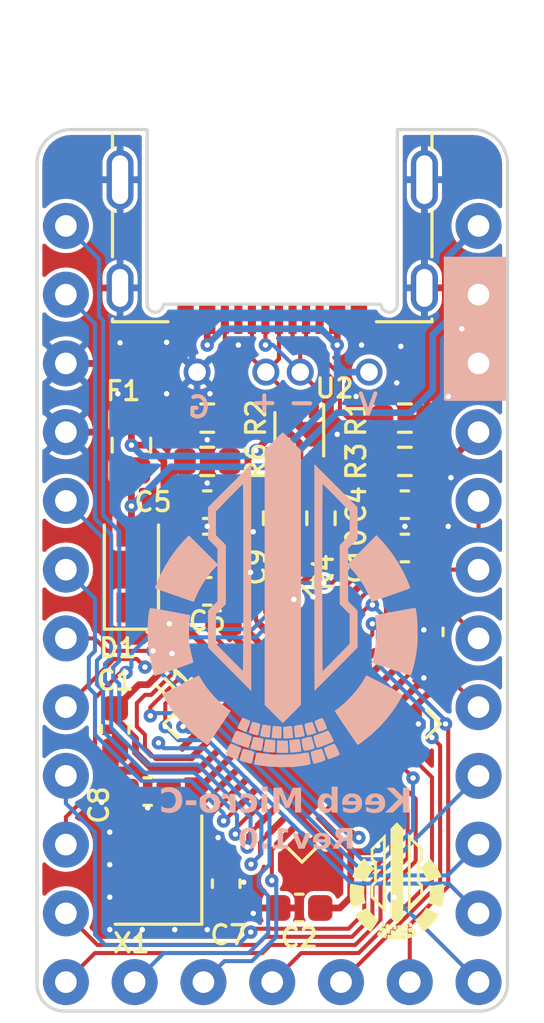
<source format=kicad_pcb>
(kicad_pcb (version 20240108) (generator "pcbnew") (generator_version "8.0")
  (title_block (title "Goldfish v2") (date "2022-05-24") (rev "0"))
  (layers (0 "F.Cu" signal) (31 "B.Cu" signal) (34 "B.Paste" user) (35 "F.Paste" user) (36 "B.SilkS" user "B.Silkscreen") (37 "F.SilkS" user "F.Silkscreen") (38 "B.Mask" user) (39 "F.Mask" user) (44 "Edge.Cuts" user))
  (net 0 "")
  (net 1 "VCC")
  (net 2 "GND")
  (net 3 "VBUS")
  (net 4 "Net-(U1-XTAL1)")
  (net 5 "Net-(U1-XTAL2)")
  (net 6 "Net-(U1-UCAP)")
  (net 7 "Net-(U1-AREF)")
  (net 8 "Net-(J1-CC1)")
  (net 9 "/D+")
  (net 10 "/D-")
  (net 12 "Net-(J1-CC2)")
  (net 14 "/RESET")
  (net 15 "/PF4")
  (net 16 "/PF5")
  (net 17 "/PF6")
  (net 18 "/PF7")
  (net 19 "/PB1")
  (net 20 "/PB3")
  (net 21 "/PB2")
  (net 22 "/PB6")
  (net 23 "/PB5")
  (net 24 "/PB4")
  (net 25 "/PE6")
  (net 26 "/PD7")
  (net 27 "/PC6")
  (net 28 "/PD4")
  (net 29 "/PD0")
  (net 30 "/PD1")
  (net 31 "/PD2")
  (net 32 "/PD3")
  (net 33 "/PF0")
  (net 34 "/PF1")
  (net 35 "/PC7")
  (net 36 "/PD5")
  (net 37 "/PB7")
  (net 38 "Net-(R4-Pad1)")
  (net 39 "/PD+")
  (net 42 "/PD-")
  (net 43 "Net-(R5-Pad2)")
  (net 44 "/RAW")
  (footprint "Resistor_SMD:R_0603_1608Metric" (layer "F.Cu") (at 31.8 38.1 90)
    (property "Reference" "R5")
    (property "Value" "22")
  )
  (footprint "Capacitor_SMD:C_0603_1608Metric" (layer "F.Cu") (at 24.2 45.9 -90)
    (property "Reference" "C1")
    (property "Value" "0u1")
  )
  (footprint "Resistor_SMD:R_0603_1608Metric" (layer "F.Cu") (at 27.6 34.4)
    (property "Reference" "R2")
    (property "Value" "5k1")
  )
  (footprint "Diode_SMD:D_SOD-123F" (layer "F.Cu") (at 24.8 40 90)
    (property "Reference" "D1")
    (property "Value" "D_Schottky")
  )
  (footprint "Capacitor_SMD:C_0603_1608Metric" (layer "F.Cu") (at 27.6 37.6 180)
    (property "Reference" "C5")
    (property "Value" "0u1")
  )
  (footprint "Resistor_SMD:R_0603_1608Metric" (layer "F.Cu") (at 34.9 36)
    (property "Reference" "R3")
    (property "Value" "10k")
  )
  (footprint "Crystal:Crystal_SMD_SeikoEpson_FA238-4Pin_3.2x2.5mm" (layer "F.Cu") (at 25.8 51.1 90)
    (property "Reference" "X1")
    (property "Value" "16MHz")
  )
  (footprint "Molex 216990_GCT USB45xx_HRO TYPE-C-31-M-13x:Molex-216990_GCT-USB45xx_HRO-TYPE-C-31-M-13x" (layer "F.Cu") (at 30 23.49 180)
    (property "Reference" "J1" (hide yes))
    (property "Value" "USB_C_Receptacle_USB2.0")
    (fp_line (start 4.62 -0.25) (end 7.42 -0.25) (stroke (width 0.12)) (layer "Edge.Cuts"))
    (fp_line (start 4.62 -6.7) (end 4.62 -0.25) (stroke (width 0.12)) (layer "Edge.Cuts"))
    (fp_line (start -4.02 -6.7) (end 4.02 -6.7) (stroke (width 0.12)) (layer "Edge.Cuts"))
    (fp_line (start -4.62 -0.25) (end -4.62 -6.7) (stroke (width 0.12)) (layer "Edge.Cuts"))
    (fp_line (start -7.42 -0.25) (end -4.62 -0.25) (stroke (width 0.12)) (layer "Edge.Cuts"))
    (fp_arc (start 4.02 -6.7) (mid 4.32 -7) (end 4.62 -6.7) (stroke (width 0.12)) (layer "Edge.Cuts"))
    (fp_arc (start -4.62 -6.7) (mid -4.32 -7) (end -4.02 -6.7) (stroke (width 0.12)) (layer "Edge.Cuts"))
  )
  (footprint "Capacitor_SMD:C_0603_1608Metric" (layer "F.Cu") (at 25.4 48.2)
    (property "Reference" "C8")
    (property "Value" "22p")
  )
  (footprint "Package_DFN_QFN:QFN-44-1EP_7x7mm_P0.5mm_EP5.2x5.2mm" (layer "F.Cu") (at 31.1 45.7 -45)
    (property "Reference" "U1")
    (property "Value" "ATmega32U4-M")
  )
  (footprint "Goldfish Pins:Pins_x12_Castellated" (layer "F.Cu") (at 37.62 27.3)
    (property "Reference" "J3" (hide yes))
    (property "Value" "Conn_01x12" (hide yes))
  )
  (footprint "Capacitor_SMD:C_0603_1608Metric" (layer "F.Cu") (at 28.3 51.6 90)
    (property "Reference" "C7")
    (property "Value" "22p")
  )
  (footprint "Resistor_SMD:R_0603_1608Metric" (layer "F.Cu") (at 27.6 36 180)
    (property "Reference" "R6")
    (property "Value" "10k")
  )
  (footprint "Goldfish Pins:Pins_x05_Castellated" (layer "F.Cu") (at 35.08 55.24 -90)
    (property "Reference" "J5" (hide yes))
    (property "Value" "Conn_01x05" (hide yes))
  )
  (footprint "Fuse:Fuse_0805_2012Metric" (layer "F.Cu") (at 24.8 35.4 -90)
    (property "Reference" "F1")
    (property "Value" "500mA")
  )
  (footprint "kbd_Logo:keeb_on_ss" (layer "F.Cu") (at 34.6 51.5)
    (property "Reference" "G***" (hide yes))
    (property "Value" "LOGO" (hide yes))
  )
  (footprint "Capacitor_SMD:C_0603_1608Metric" (layer "F.Cu") (at 31 52.5 180)
    (property "Reference" "C2")
    (property "Value" "0u1")
  )
  (footprint "Capacitor_SMD:C_0603_1608Metric" (layer "F.Cu") (at 35.8 42.3 90)
    (property "Reference" "C3")
    (property "Value" "0u1")
  )
  (footprint "Goldfish Pins:Pins_x12_Castellated" (layer "F.Cu") (at 22.38 55.24 180)
    (property "Reference" "J4" (hide yes))
    (property "Value" "Conn_01x12" (hide yes))
  )
  (footprint "Capacitor_SMD:C_0603_1608Metric" (layer "F.Cu") (at 34.9 37.6)
    (property "Reference" "C4")
    (property "Value" "0u1")
  )
  (footprint "Capacitor_SMD:C_0603_1608Metric" (layer "F.Cu") (at 27.6 39.2)
    (property "Reference" "C9")
    (property "Value" "1u")
  )
  (footprint "Package_TO_SOT_SMD:SOT-666" (layer "F.Cu") (at 31 35 -90)
    (property "Reference" "U2")
    (property "Value" "USBLC6-2P6")
  )
  (footprint "Capacitor_SMD:C_0603_1608Metric" (layer "F.Cu") (at 27.6 40.8)
    (property "Reference" "C6")
    (property "Value" "4u7")
  )
  (footprint "Resistor_SMD:R_0603_1608Metric" (layer "F.Cu") (at 34.9 34.4)
    (property "Reference" "R1")
    (property "Value" "5k1")
  )
  (footprint "Resistor_SMD:R_0603_1608Metric" (layer "F.Cu") (at 30.2 38.1 -90)
    (property "Reference" "R4")
    (property "Value" "22")
  )
  (footprint "Capacitor_SMD:C_0603_1608Metric" (layer "F.Cu") (at 34.9 39.2 180)
    (property "Reference" "C10")
    (property "Value" "0u1")
  )
  (footprint "Goldfish Pins:Pins_USB" (layer "F.Cu") (at 29.765 32.7 90)
    (property "Reference" "J2" (hide yes))
    (property "Value" "Conn_01x02" (hide yes))
  )
  (footprint "kbd_Logo:keeb_on_s" (layer "B.Cu") (at 30.4 41.1 180)
    (property "Reference" "G***" (hide yes))
    (property "Value" "LOGO" (hide yes))
  )
  (gr_rect (start 36.4 28.5) (end 38.6 33.7) (stroke (width 0.12)) (fill solid) (layer "B.SilkS"))
  (gr_rect (start 36.4 28.5) (end 38.6 33.7) (stroke (width 0.12)) (fill solid) (layer "F.SilkS"))
  (gr_arc (start 22.31 56.31) (mid 21.602893 56.017107) (end 21.31 55.31) (stroke (width 0.12)) (layer "Edge.Cuts"))
  (gr_arc (start 21.31 25.01) (mid 21.681974 24.111974) (end 22.58 23.74) (stroke (width 0.12)) (layer "Edge.Cuts"))
  (gr_line (start 37.69 56.31) (end 22.31 56.31) (stroke (width 0.12)) (layer "Edge.Cuts"))
  (gr_line (start 38.69 25.01) (end 38.69 55.31) (stroke (width 0.12)) (layer "Edge.Cuts"))
  (gr_arc (start 37.42 23.74) (mid 38.318026 24.111974) (end 38.69 25.01) (stroke (width 0.12)) (layer "Edge.Cuts"))
  (gr_line (start 21.31 55.31) (end 21.31 25.01) (stroke (width 0.12)) (layer "Edge.Cuts"))
  (gr_arc (start 38.69 55.31) (mid 38.397107 56.017107) (end 37.69 56.31) (stroke (width 0.12)) (layer "Edge.Cuts"))
  (gr_text "+" (at 30.3 33.9 180) (layer "B.SilkS") (effects (font (size 0.75 0.8)) (justify right mirror)))
  (gr_text "V" (at 33.1 33.9 0) (layer "B.SilkS") (effects (font (size 0.75 0.8)) (justify right mirror)))
  (gr_text "G" (at 26.8 34 0) (layer "B.SilkS") (effects (font (size 0.75 0.8)) (justify right mirror)))
  (gr_text "-" (at 30.5 33.8 0) (layer "B.SilkS") (effects (font (size 0.75 0.8)) (justify right mirror)))
  (gr_text "Rev1.0" (at 30.9 50 0) (layer "B.SilkS") (effects (font (size 0.75 0.8) (thickness 0.15) (bold yes)) (justify mirror)))
  (gr_text "Keeb Micro-C" (at 30.5 48.6 0) (layer "B.SilkS") (effects (font (size 0.9 0.9) (thickness 0.2) (bold yes)) (justify mirror)))
  (segment (start 36.124511 43.399511) (end 36.124511 44.275489) (width 0.25) (layer "F.Cu") (net 1))
  (segment (start 31.692202 41.572264) (end 32.1 41.164466) (width 0.25) (layer "F.Cu") (net 1))
  (segment (start 32.045755 49.474182) (end 32.045755 49.487527) (width 0.25) (layer "F.Cu") (net 1))
  (segment (start 26.2 42.8) (end 26.2 43) (width 0.25) (layer "F.Cu") (net 1))
  (segment (start 32.529114 49.970886) (end 32.982739 50.424511) (width 0.25) (layer "F.Cu") (net 1))
  (segment (start 27.679371 46.999309) (end 27.27868 47.4) (width 0.25) (layer "F.Cu") (net 1))
  (segment (start 33.675489 50.424511) (end 33.9 50.2) (width 0.25) (layer "F.Cu") (net 1))
  (segment (start 24.2 45.493573) (end 24.2 45.125) (width 0.25) (layer "F.Cu") (net 1))
  (segment (start 36.54 36) (end 37.62 34.92) (width 0.25) (layer "F.Cu") (net 1))
  (segment (start 32.982739 50.424511) (end 33.675489 50.424511) (width 0.25) (layer "F.Cu") (net 1))
  (segment (start 26.2 42.8) (end 24.8 41.4) (width 0.25) (layer "F.Cu") (net 1))
  (segment (start 35.4 45.280062) (end 35.4 45.7) (width 0.25) (layer "F.Cu") (net 1))
  (segment (start 34.125 37.6) (end 35.725 36) (width 0.25) (layer "F.Cu") (net 1))
  (segment (start 26.2 43) (end 26.3 43.1) (width 0.25) (layer "F.Cu") (net 1))
  (segment (start 36.124511 44.275489) (end 35.8 44.6) (width 0.25) (layer "F.Cu") (net 1))
  (segment (start 32.5 52.5) (end 32.9 52.1) (width 0.25) (layer "F.Cu") (net 1))
  (segment (start 33.4 38.325) (end 34.125 37.6) (width 0.25) (layer "F.Cu") (net 1))
  (segment (start 33.4 39.86064) (end 32.1 41.16064) (width 0.25) (layer "F.Cu") (net 1))
  (segment (start 25.074519 44.250481) (end 25.410454 44.250481) (width 0.25) (layer "F.Cu") (net 1))
  (segment (start 35.735534 44.6) (end 35.8 44.6) (width 0.25) (layer "F.Cu") (net 1))
  (segment (start 31.775 52.5) (end 32.5 52.5) (width 0.25) (layer "F.Cu") (net 1))
  (segment (start 31.692202 41.572264) (end 31.5 41.380062) (width 0.25) (layer "F.Cu") (net 1))
  (segment (start 24.94952 46.74952) (end 24.94952 46.243093) (width 0.25) (layer "F.Cu") (net 1))
  (segment (start 32.045755 49.487527) (end 32.529114 49.970886) (width 0.25) (layer "F.Cu") (net 1))
  (segment (start 24.2 45.125) (end 25.074519 44.250481) (width 0.25) (layer "F.Cu") (net 1))
  (segment (start 35.227736 45.107798) (end 35.735534 44.6) (width 0.25) (layer "F.Cu") (net 1))
  (segment (start 24.94952 46.243093) (end 24.2 45.493573) (width 0.25) (layer "F.Cu") (net 1))
  (segment (start 35.8 43.075) (end 36.124511 43.399511) (width 0.25) (layer "F.Cu") (net 1))
  (segment (start 25.6 47.4) (end 24.94952 46.74952) (width 0.25) (layer "F.Cu") (net 1))
  (segment (start 32.9 52.1) (end 32.9 50.341772) (width 0.25) (layer "F.Cu") (net 1))
  (segment (start 25.410454 44.250481) (end 26.2 43.460936) (width 0.25) (layer "F.Cu") (net 1))
  (segment (start 26.3 43.360935) (end 25.410454 44.250481) (width 0.25) (layer "F.Cu") (net 1))
  (segment (start 31.5 41.380062) (end 31.5 41) (width 0.25) (layer "F.Cu") (net 1))
  (segment (start 35.725 36) (end 36.54 36) (width 0.25) (layer "F.Cu") (net 1))
  (segment (start 35.227736 45.107798) (end 35.4 45.280062) (width 0.25) (layer "F.Cu") (net 1))
  (segment (start 26.3 43.1) (end 26.3 43.360935) (width 0.25) (layer "F.Cu") (net 1))
  (segment (start 32.1 41.16064) (end 32.1 41.164466) (width 0.25) (layer "F.Cu") (net 1))
  (segment (start 27.27868 47.4) (end 25.6 47.4) (width 0.25) (layer "F.Cu") (net 1))
  (segment (start 33.4 39.86064) (end 33.4 38.325) (width 0.25) (layer "F.Cu") (net 1))
  (segment (start 32.9 50.341772) (end 32.529114 49.970886) (width 0.25) (layer "F.Cu") (net 1))
  (via (at 31.5 41) (size 0.5) (drill 0.2) (layers "F.Cu" "B.Cu") (net 1))
  (via (at 33.9 50.2) (size 0.5) (drill 0.2) (layers "F.Cu" "B.Cu") (net 1))
  (via (at 35.4 45.7) (size 0.5) (drill 0.2) (layers "F.Cu" "B.Cu") (net 1))
  (via (at 26.3 43.1) (size 0.5) (drill 0.2) (layers "F.Cu" "B.Cu") (net 1))
  (segment (start 26.5 43.3) (end 27.9 43.3) (width 0.25) (layer "B.Cu") (net 1))
  (segment (start 35.4 45.7) (end 33.9 47.2) (width 0.25) (layer "B.Cu") (net 1))
  (segment (start 31.5 41.8) (end 35.4 45.7) (width 0.25) (layer "B.Cu") (net 1))
  (segment (start 31.5 41) (end 31.5 41.8) (width 0.25) (layer "B.Cu") (net 1))
  (segment (start 26.5 43.3) (end 30 43.3) (width 0.25) (layer "B.Cu") (net 1))
  (segment (start 30 43.3) (end 31.5 41.8) (width 0.25) (layer "B.Cu") (net 1))
  (segment (start 33.9 49.3) (end 33.9 50.2) (width 0.25) (layer "B.Cu") (net 1))
  (segment (start 33.9 47.2) (end 33.9 50.2) (width 0.25) (layer "B.Cu") (net 1))
  (segment (start 26.3 43.1) (end 26.5 43.3) (width 0.25) (layer "B.Cu") (net 1))
  (segment (start 27.9 43.3) (end 33.9 49.3) (width 0.25) (layer "B.Cu") (net 1))
  (segment (start 24 52.1) (end 24 50.9) (width 0.25) (layer "F.Cu") (net 2))
  (segment (start 35.6 38.4) (end 36.5 38.4) (width 0.25) (layer "F.Cu") (net 2))
  (segment (start 25.4 48.2) (end 25.4 48.8) (width 0.25) (layer "F.Cu") (net 2))
  (segment (start 23.804031 47.795969) (end 24.2 47.4) (width 0.25) (layer "F.Cu") (net 2))
  (segment (start 31 51.8) (end 31 52.5) (width 0.25) (layer "F.Cu") (net 2))
  (segment (start 31.3 35) (end 31 34.7) (width 0.25) (layer "F.Cu") (net 2))
  (segment (start 34.635534 45.7) (end 31.1 45.7) (width 0.25) (layer "F.Cu") (net 2))
  (segment (start 26.825 36.875) (end 26.9 36.8) (width 0.25) (layer "F.Cu") (net 2))
  (segment (start 28.556427 53.3) (end 28.556427 53.299984) (width 0.25) (layer "F.Cu") (net 2))
  (segment (start 28.3 51.5) (end 28.4 51.6) (width 0.25) (layer "F.Cu") (net 2))
  (segment (start 34.125 39.2) (end 34.125 39.700646) (width 0.25) (layer "F.Cu") (net 2))
  (segment (start 34.1 31.1) (end 33.74 30.74) (width 0.25) (layer "F.Cu") (net 2))
  (segment (start 24 53.3) (end 24 52.1) (width 0.25) (layer "F.Cu") (net 2))
  (segment (start 35.8 33.6) (end 36.5 33.6) (width 0.25) (layer "F.Cu") (net 2))
  (segment (start 25.2 53.3) (end 26.4 53.3) (width 0.25) (layer "F.Cu") (net 2))
  (segment (start 24 53.3) (end 25.2 53.3) (width 0.25) (layer "F.Cu") (net 2))
  (segment (start 22.38 32.38) (end 23.48 32.38) (width 0.25) (layer "F.Cu") (net 2))
  (segment (start 35.2 31.1) (end 35.62 30.68) (width 0.25) (layer "F.Cu") (net 2))
  (segment (start 31 34.7) (end 31 34.075) (width 0.25) (layer "F.Cu") (net 2))
  (segment (start 32.4 35) (end 31.3 35) (width 0.25) (layer "F.Cu") (net 2))
  (segment (start 29.156411 52.7) (end 29.3 52.7) (width 0.25) (layer "F.Cu") (net 2))
  (segment (start 35.6 42.2255) (end 35.6 41.725) (width 0.25) (layer "F.Cu") (net 2))
  (segment (start 31.6 51.6) (end 31.2 51.6) (width 0.25) (layer "F.Cu") (net 2))
  (segment (start 28.375 40.8) (end 28.375 42.267893) (width 0.25) (layer "F.Cu") (net 2))
  (segment (start 34.75 31.75) (end 36.5 33.5) (width 0.25) (layer "F.Cu") (net 2))
  (segment (start 26.8 33.5) (end 26.8 33.65) (width 0.25) (layer "F.Cu") (net 2))
  (segment (start 24.2 51.1) (end 24 50.9) (width 0.25) (layer "F.Cu") (net 2))
  (segment (start 24.38 29.59) (end 24.38 30.38) (width 0.25) (layer "F.Cu") (net 2))
  (segment (start 28.3 50.2) (end 28 49.9) (width 0.25) (layer "F.Cu") (net 2))
  (segment (start 36.5 33.5) (end 36.5 33.6) (width 0.25) (layer "F.Cu") (net 2))
  (segment (start 35.725 33.675) (end 35.8 33.6) (width 0.25) (layer "F.Cu") (net 2))
  (segment (start 26.4 53.3) (end 27.6 53.3) (width 0.25) (layer "F.Cu") (net 2))
  (segment (start 26.8 35.2) (end 28.3 35.2) (width 0.25) (layer "F.Cu") (net 2))
  (segment (start 28.4 51.6) (end 28.9 51.6) (width 0.25) (layer "F.Cu") (net 2))
  (segment (start 27.7 33.5) (end 26.95 33.5) (width 0.25) (layer "F.Cu") (net 2))
  (segment (start 33.2 31.6) (end 33.3 31.7) (width 0.25) (layer "F.Cu") (net 2))
  (segment (start 33.74 30.74) (end 33.2 30.74) (width 0.25) (layer "F.Cu") (net 2))
  (segment (start 29.3 51.9) (end 28.95 51.55) (width 0.25) (layer "F.Cu") (net 2))
  (segment (start 34.125 39.2) (end 34.125 38.475) (width 0.25) (layer "F.Cu") (net 2))
  (segment (start 26.16 30.74) (end 26.8 30.74) (width 0.25) (layer "F.Cu") (net 2))
  (segment (start 26.825 37.6) (end 26.825 36.875) (width 0.25) (layer "F.Cu") (net 2))
  (segment (start 35.62 29.59) (end 36.49 29.59) (width 0.25) (layer "F.Cu") (net 2))
  (segment (start 25.9 31) (end 26.16 30.74) (width 0.25) (layer "F.Cu") (net 2))
  (segment (start 31.692202 49.827736) (end 32.3 50.435534) (width 0.25) (layer "F.Cu") (net 2))
  (segment (start 26.8 33.65) (end 26.775 33.675) (width 0.25) (layer "F.Cu") (net 2))
  (segment (start 31.2 51.6) (end 31 51.8) (width 0.25) (layer "F.Cu") (net 2))
  (segment (start 24 48.9) (end 24 49.7) (width 0.25) (layer "F.Cu") (net 2))
  (segment (start 23.7 34.2) (end 23.7 34.7) (width 0.25) (layer "F.Cu") (net 2))
  (segment (start 23.48 32.38) (end 23.7 32.6) (width 0.25) (layer "F.Cu") (net 2))
  (segment (start 35.6 41.725) (end 35.8 41.525) (width 0.25) (layer "F.Cu") (net 2))
  (segment (start 26.9 36.8) (end 28.4 36.8) (width 0.25) (layer "F.Cu") (net 2))
  (segment (start 23.804031 48.495969) (end 23.804031 47.795969) (width 0.25) (layer "F.Cu") (net 2))
  (segment (start 28.032924 47.352862) (end 29.685786 45.7) (width 0.25) (layer "F.Cu") (net 2))
  (segment (start 24.38 29.59) (end 24.38 30.68) (width 0.25) (layer "F.Cu") (net 2))
  (segment (start 29.5 52.5) (end 29.3 52.7) (width 0.25) (layer "F.Cu") (net 2))
  (segment (start 28.375 38.475) (end 28.3 38.4) (width 0.25) (layer "F.Cu") (net 2))
  (segment (start 34.874182 44.754245) (end 35.6 44.028427) (width 0.25) (layer "F.Cu") (net 2))
  (segment (start 28.556427 53.299984) (end 29.156411 52.7) (width 0.25) (layer "F.Cu") (net 2))
  (segment (start 25.4 48.2) (end 25.4 47.793573) (width 0.25) (layer "F.Cu") (net 2))
  (segment (start 31.1 42.871573) (end 31.1 45.7) (width 0.25) (layer "F.Cu") (net 2))
  (segment (start 23.7 32.6) (end 23.7 34.2) (width 0.25) (layer "F.Cu") (net 2))
  (segment (start 34.2 38.4) (end 34.9 38.4) (width 0.25) (layer "F.Cu") (net 2))
  (segment (start 35.725 34.4) (end 35.725 33.675) (width 0.25) (layer "F.Cu") (net 2))
  (segment (start 32.3 50.9) (end 31.6 51.6) (width 0.25) (layer "F.Cu") (net 2))
  (segment (start 28.4 36.8) (end 28.425 36.775) (width 0.25) (layer "F.Cu") (net 2))
  (segment (start 28.032924 47.352862) (end 27.185786 48.2) (width 0.25) (layer "F.Cu") (net 2))
  (segment (start 26.6 51.1) (end 24.9 51.1) (width 0.25) (layer "F.Cu") (net 2))
  (segment (start 28.3 38.4) (end 26.9 38.4) (width 0.25) (layer "F.Cu") (net 2))
  (segment (start 36.5 29.6) (end 36.5 29.85) (width 0.25) (layer "F.Cu") (net 2))
  (segment (start 26.8 31.7) (end 26.2 32.3) (width 0.25) (layer "F.Cu") (net 2))
  (segment (start 28.425 36.775) (end 28.425 36) (width 0.25) (layer "F.Cu") (net 2))
  (segment (start 34.874182 44.754245) (end 33.928427 45.7) (width 0.25) (layer "F.Cu") (net 2))
  (segment (start 26.2 32.9) (end 26.8 33.5) (width 0.25) (layer "F.Cu") (net 2))
  (segment (start 24.9 51.1) (end 25 51.2) (width 0.25) (layer "F.Cu") (net 2))
  (segment (start 27.185786 48.2) (end 26.175 48.2) (width 0.25) (layer "F.Cu") (net 2))
  (segment (start 33.928427 45.7) (end 31.1 45.7) (width 0.25) (layer "F.Cu") (net 2))
  (segment (start 29.093585 42.986478) (end 31.1 44.992893) (width 0.25) (layer "F.Cu") (net 2))
  (segment (start 26.775 34.4) (end 26.775 35.175) (width 0.25) (layer "F.Cu") (net 2))
  (segment (start 35.7 38.3) (end 35.7 37.625) (width 0.25) (layer "F.Cu") (net 2))
  (segment (start 24 50.9) (end 24 49.7) (width 0.25) (layer "F.Cu") (net 2))
  (segment (start 26.9 38.4) (end 26.825 38.325) (width 0.25) (layer "F.Cu") (net 2))
  (segment (start 35.62 30.68) (end 35.62 29.59) (width 0.25) (layer "F.Cu") (net 2))
  (segment (start 23.62 32.38) (end 22.38 32.38) (width 0.25) (layer "F.Cu") (net 2))
  (segment (start 36.5 29.85) (end 37.61 29.85) (width 0.25) (layer "F.Cu") (net 2))
  (segment (start 28.3 35.2) (end 28.425 35.325) (width 0.25) (layer "F.Cu") (net 2))
  (segment (start 22.38 34.92) (end 23.48 34.92) (width 0.25) (layer "F.Cu") (net 2))
  (segment (start 29.3 52.2) (end 29.3 51.9) (width 0.25) (layer "F.Cu") (net 2))
  (segment (start 23.7 48.6) (end 23.804031 48.495969) (width 0.25) (layer "F.Cu") (net 2))
  (segment (start 31.692202 49.827736) (end 31.1 49.235534) (width 0.25) (layer "F.Cu") (net 2))
  (segment (start 28.375 42.267893) (end 29.093585 42.986478) (width 0.25) (layer "F.Cu") (net 2))
  (segment (start 35.7 37.625) (end 35.675 37.6) (width 0.25) (layer "F.Cu") (net 2))
  (segment (start 34.1 31.1) (end 35.2 31.1) (width 0.25) (layer "F.Cu") (net 2))
  (segment (start 23.7 48.6) (end 24 48.9) (width 0.25) (layer "F.Cu") (net 2))
  (segment (start 34.1 31.1) (end 34.75 31.75) (width 0.25) (layer "F.Cu") (net 2))
  (segment (start 31.1 49.235534) (end 31.1 45.7) (width 0.25) (layer "F.Cu") (net 2))
  (segment (start 35.6 44.028427) (end 35.6 44) (width 0.25) (layer "F.Cu") (net 2))
  (segment (start 24.9 51.1) (end 24.2 51.1) (width 0.25) (layer "F.Cu") (net 2))
  (segment (start 31.1 44.992893) (end 31.1 45.7) (width 0.25) (layer "F.Cu") (net 2))
  (segment (start 25.006427 47.4) (end 24.2 47.4) (width 0.25) (layer "F.Cu") (net 2))
  (segment (start 24.2 47.4) (end 24.2 46.675) (width 0.25) (layer "F.Cu") (net 2))
  (segment (start 23.48 34.92) (end 23.7 34.7) (width 0.25) (layer "F.Cu") (net 2))
  (segment (start 24.38 31.62) (end 23.62 32.38) (width 0.25) (layer "F.Cu") (net 2))
  (segment (start 29.685786 45.7) (end 31.1 45.7) (width 0.25) (layer "F.Cu") (net 2))
  (segment (start 26.775 35.175) (end 26.8 35.2) (width 0.25) (layer "F.Cu") (net 2))
  (segment (start 33.2 30.74) (end 33.2 31.6) (width 0.25) (layer "F.Cu") (net 2))
  (segment (start 27.7 33.5) (end 27.6 33.6) (width 0.25) (layer "F.Cu") (net 2))
  (segment (start 31 52.5) (end 30.225 52.5) (width 0.25) (layer "F.Cu") (net 2))
  (segment (start 28.375 39.2) (end 28.375 38.475) (width 0.25) (layer "F.Cu") (net 2))
  (segment (start 32.435787 41.535787) (end 32.045755 41.925818) (width 0.25) (layer "F.Cu") (net 2))
  (segment (start 24.38 30.68) (end 24.38 31.62) (width 0.25) (layer "F.Cu") (net 2))
  (segment (start 25 51.2) (end 25 52.2) (width 0.25) (layer "F.Cu") (net 2))
  (segment (start 28.3 50.825) (end 28.3 50.2) (width 0.25) (layer "F.Cu") (net 2))
  (segment (start 28.425 35.325) (end 28.425 36) (width 0.25) (layer "F.Cu") (net 2))
  (segment (start 26.95 33.5) (end 26.775 33.675) (width 0.25) (layer "F.Cu") (net 2))
  (segment (start 25.4 47.793573) (end 25.006427 47.4) (width 0.25) (layer "F.Cu") (net 2))
  (segment (start 26.2 32.3) (end 26.2 32.9) (width 0.25) (layer "F.Cu") (net 2))
  (segment (start 26.175 48.2) (end 25.4 48.2) (width 0.25) (layer "F.Cu") (net 2))
  (segment (start 29.3 52.2) (end 29.3 52.7) (width 0.25) (layer "F.Cu") (net 2))
  (segment (start 26.8 30.74) (end 26.8 31.7) (width 0.25) (layer "F.Cu") (net 2))
  (segment (start 32.045755 41.925818) (end 31.1 42.871573) (width 0.25) (layer "F.Cu") (net 2))
  (segment (start 32.435787 41.389859) (end 32.435787 41.535787) (width 0.25) (layer "F.Cu") (net 2))
  (segment (start 24.38 30.68) (end 24.7 31) (width 0.25) (layer "F.Cu") (net 2))
  (segment (start 28.3 50.825) (end 28.3 51.5) (width 0.25) (layer "F.Cu") (net 2))
  (segment (start 26.6 50) (end 26.6 51.1) (width 0.25) (layer "F.Cu") (net 2))
  (segment (start 28.375 40.8) (end 28.375 39.2) (width 0.25) (layer "F.Cu") (net 2))
  (segment (start 28.9 51.6) (end 28.95 51.55) (width 0.25) (layer "F.Cu") (net 2))
  (segment (start 36.49 29.59) (end 36.5 29.6) (width 0.25) (layer "F.Cu") (net 2))
  (segment (start 37.61 29.85) (end 37.62 29.84) (width 0.25) (layer "F.Cu") (net 2))
  (segment (start 34.125 38.475) (end 34.2 38.4) (width 0.25) (layer "F.Cu") (net 2))
  (segment (start 35.6 38.4) (end 35.7 38.3) (width 0.25) (layer "F.Cu") (net 2))
  (segment (start 34.9 38.4) (end 35.6 38.4) (width 0.25) (layer "F.Cu") (net 2))
  (segment (start 35.227736 46.292202) (end 34.635534 45.7) (width 0.25) (layer "F.Cu") (net 2))
  (segment (start 27.6 33.6) (end 27.6 35.2) (width 0.25) (layer "F.Cu") (net 2))
  (segment (start 26.825 38.325) (end 26.825 37.6) (width 0.25) (layer "F.Cu") (net 2))
  (segment (start 27.6 53.3) (end 28.556427 53.3) (width 0.25) (layer "F.Cu") (net 2))
  (segment (start 30.225 52.5) (end 29.5 52.5) (width 0.25) (layer "F.Cu") (net 2))
  (segment (start 34.125 39.700646) (end 32.435787 41.389859) (width 0.25) (layer "F.Cu") (net 2))
  (segment (start 24.7 31) (end 25.9 31) (width 0.25) (layer "F.Cu") (net 2))
  (segment (start 26.775 34.4) (end 26.775 33.675) (width 0.25) (layer "F.Cu") (net 2))
  (segment (start 32.3 50.435534) (end 32.3 50.9) (width 0.25) (layer "F.Cu") (net 2))
  (via (at 26.1 33.5) (size 0.5) (drill 0.2) (layers "F.Cu" "B.Cu") (net 2))
  (via (at 26.4 53.3) (size 0.5) (drill 0.2) (layers "F.Cu" "B.Cu") (net 2))
  (via (at 24 52.1) (size 0.5) (drill 0.2) (layers "F.Cu" "B.Cu") (net 2))
  (via (at 24 50.9) (size 0.5) (drill 0.2) (layers "F.Cu" "B.Cu") (net 2))
  (via (at 26.1 31.6) (size 0.5) (drill 0.2) (layers "F.Cu" "B.Cu") (net 2))
  (via (at 34.6 33.1) (size 0.5) (drill 0.2) (layers "F.Cu" "B.Cu") (net 2))
  (via (at 24.3 33.5) (size 0.5) (drill 0.2) (layers "F.Cu" "B.Cu") (net 2))
  (via (at 29.2 40.1) (size 0.5) (drill 0.2) (layers "F.Cu" "B.Cu") (net 2))
  (via (at 35.6 44) (size 0.5) (drill 0.2) (layers "F.Cu" "B.Cu") (net 2))
  (via (at 24 53.3) (size 0.5) (drill 0.2) (layers "F.Cu" "B.Cu") (net 2))
  (via (at 24 49.7) (size 0.5) (drill 0.2) (layers "F.Cu" "B.Cu") (net 2))
  (via (at 27.7 33.5) (size 0.5) (drill 0.2) (layers "F.Cu" "B.Cu") (net 2))
  (via (at 28.75 31.7) (size 0.5) (drill 0.2) (layers "F.Cu" "B.Cu") (net 2))
  (via (at 36.6 36.6) (size 0.5) (drill 0.2) (layers "F.Cu" "B.Cu") (net 2))
  (via (at 23.7 48.6) (size 0.5) (drill 0.2) (layers "F.Cu" "B.Cu") (net 2))
  (via (at 33.3 31.7) (size 0.5) (drill 0.2) (layers "F.Cu" "B.Cu") (net 2))
  (via (at 34.75 31.75) (size 0.5) (drill 0.2) (layers "F.Cu" "B.Cu") (net 2))
  (via (at 28.95 51.55) (size 0.5) (drill 0.2) (layers "F.Cu" "B.Cu") (net 2))
  (via (at 29.3 38.6) (size 0.5) (drill 0.2) (layers "F.Cu" "B.Cu") (net 2))
  (via (at 25.2 53.3) (size 0.5) (drill 0.2) (layers "F.Cu" "B.Cu") (net 2))
  (via (at 33.1 33.6) (size 0.5) (drill 0.2) (layers "F.Cu" "B.Cu") (net 2))
  (via (at 34.9 38.4) (size 0.5) (drill 0.2) (layers "F.Cu" "B.Cu") (net 2))
  (via (at 28 49.9) (size 0.5) (drill 0.2) (layers "F.Cu" "B.Cu") (net 2))
  (via (at 27.6 35.2) (size 0.5) (drill 0.2) (layers "F.Cu" "B.Cu") (net 2))
  (via (at 32.4 35) (size 0.5) (drill 0.2) (layers "F.Cu" "B.Cu") (net 2))
  (via (at 36.5 33.6) (size 0.5) (drill 0.2) (layers "F.Cu" "B.Cu") (net 2))
  (via (at 27.6 53.3) (size 0.5) (drill 0.2) (layers "F.Cu" "B.Cu") (net 2))
  (via (at 35.6 42.2255) (size 0.5) (drill 0.2) (layers "F.Cu" "B.Cu") (net 2))
  (via (at 27.6 36.8) (size 0.5) (drill 0.2) (layers "F.Cu" "B.Cu") (net 2))
  (via (at 37 31.1) (size 0.5) (drill 0.2) (layers "F.Cu" "B.Cu") (net 2))
  (via (at 24.38 31.62) (size 0.5) (drill 0.2) (layers "F.Cu" "B.Cu") (net 2))
  (via (at 25.4 48.8) (size 0.5) (drill 0.2) (layers "F.Cu" "B.Cu") (net 2))
  (via (at 27.6 38.4) (size 0.5) (drill 0.2) (layers "F.Cu" "B.Cu") (net 2))
  (via (at 36.5 38.4) (size 0.5) (drill 0.2) (layers "F.Cu" "B.Cu") (net 2))
  (via (at 29.3 52.7) (size 0.5) (drill 0.2) (layers "F.Cu" "B.Cu") (net 2))
  (segment (start 35.6 44) (end 35.6 42.2255) (width 0.25) (layer "B.Cu") (net 2))
  (segment (start 27.7 33.5) (end 27.3 33.5) (width 0.25) (layer "B.Cu") (net 2))
  (segment (start 27.6 38.4) (end 27.6 36.8) (width 0.25) (layer "B.Cu") (net 2))
  (segment (start 27.6 33.9) (end 27.6 35.2) (width 0.25) (layer "B.Cu") (net 2))
  (segment (start 35.6 39.3) (end 35.6 42.2255) (width 0.25) (layer "B.Cu") (net 2))
  (segment (start 32.4 35) (end 32.4 35.9) (width 0.25) (layer "B.Cu") (net 2))
  (segment (start 35.62 29.59) (end 35.62 25.59) (width 0.25) (layer "B.Cu") (net 2))
  (segment (start 36.5 38.4) (end 35.6 39.3) (width 0.25) (layer "B.Cu") (net 2))
  (segment (start 32.4 35) (end 30.6 36.8) (width 0.25) (layer "B.Cu") (net 2))
  (segment (start 32.4 35.9) (end 34.9 38.4) (width 0.25) (layer "B.Cu") (net 2))
  (segment (start 27.6 33.5) (end 27.7 33.5) (width 0.25) (layer "B.Cu") (net 2))
  (segment (start 27.05 32.525) (end 27.225 32.7) (width 0.25) (layer "B.Cu") (net 2))
  (segment (start 35.6 39.1) (end 35.6 39.3) (width 0.25) (layer "B.Cu") (net 2))
  (segment (start 30.6 36.8) (end 27.6 36.8) (width 0.25) (layer "B.Cu") (net 2))
  (segment (start 27.6 33.5) (end 27.6 33.9) (width 0.25) (layer "B.Cu") (net 2))
  (segment (start 27.6 33.5) (end 27.3 33.5) (width 0.25) (layer "B.Cu") (net 2))
  (segment (start 35.6 39.3) (end 35.6 34.5) (width 0.25) (layer "B.Cu") (net 2))
  (segment (start 27.7 30.7) (end 32.3 30.7) (width 0.25) (layer "B.Cu") (net 2))
  (segment (start 35.6 34.5) (end 36.5 33.6) (width 0.25) (layer "B.Cu") (net 2))
  (segment (start 27.225 33.425) (end 27.3 33.5) (width 0.25) (layer "B.Cu") (net 2))
  (segment (start 27.7 33.5) (end 27.6 33.6) (width 0.25) (layer "B.Cu") (net 2))
  (segment (start 34.9 38.4) (end 35.6 39.1) (width 0.25) (layer "B.Cu") (net 2))
  (segment (start 32.3 30.7) (end 33.3 31.7) (width 0.25) (layer "B.Cu") (net 2))
  (segment (start 27.05 31.35) (end 27.7 30.7) (width 0.25) (layer "B.Cu") (net 2))
  (segment (start 24.38 29.59) (end 24.38 25.59) (width 0.25) (layer "B.Cu") (net 2))
  (segment (start 27.6 33.6) (end 27.6 33.9) (width 0.25) (layer "B.Cu") (net 2))
  (segment (start 27.225 32.7) (end 27.225 33.425) (width 0.25) (layer "B.Cu") (net 2))
  (segment (start 27.05 31.35) (end 27.05 32.525) (width 0.25) (layer "B.Cu") (net 2))
  (segment (start 27.6 36.8) (end 29.8 36.8) (width 0.25) (layer "B.Cu") (net 2))
  (segment (start 29.4 35.6) (end 30 35) (width 0.25) (layer "F.Cu") (net 3))
  (segment (start 32.4 31.7) (end 32.4 30.74) (width 0.25) (layer "F.Cu") (net 3))
  (segment (start 30.154245 41.925818) (end 29.790708 41.562281) (width 0.25) (layer "F.Cu") (net 3))
  (segment (start 30.5 35) (end 30.7 35) (width 0.25) (layer "F.Cu") (net 3))
  (segment (start 24.8 35.4) (end 24.8 34.4625) (width 0.25) (layer "F.Cu") (net 3))
  (segment (start 26 36.775) (end 26.775 36) (width 0.25) (layer "F.Cu") (net 3))
  (segment (start 26.825 40.8) (end 26.825 42.132107) (width 0.25) (layer "F.Cu") (net 3))
  (segment (start 31.059154 40.540846) (end 31.7 39.9) (width 0.25) (layer "F.Cu") (net 3))
  (segment (start 32.2 38.1) (end 29.5 38.1) (width 0.25) (layer "F.Cu") (net 3))
  (segment (start 29.1 36.225978) (end 29.1 37.7) (width 0.25) (layer "F.Cu") (net 3))
  (segment (start 30.7 35) (end 31 35.3) (width 0.25) (layer "F.Cu") (net 3))
  (segment (start 29.1 37.7) (end 29.5 38.1) (width 0.25) (layer "F.Cu") (net 3))
  (segment (start 29.790708 41.562281) (end 29.790708 41.140984) (width 0.25) (layer "F.Cu") (net 3))
  (segment (start 30.5 35) (end 30.325978 35) (width 0.25) (layer "F.Cu") (net 3))
  (segment (start 29.790708 41.140984) (end 30.390846 40.540846) (width 0.25) (layer "F.Cu") (net 3))
  (segment (start 32.6 38.5) (end 32.2 38.1) (width 0.25) (layer "F.Cu") (net 3))
  (segment (start 26 36.775) (end 26 36) (width 0.25) (layer "F.Cu") (net 3))
  (segment (start 25.4 35.4) (end 25.77452 35.77452) (width 0.25) (layer "F.Cu") (net 3))
  (segment (start 30.390846 40.540846) (end 31.059154 40.540846) (width 0.25) (layer "F.Cu") (net 3))
  (segment (start 30 35) (end 30.325978 35) (width 0.25) (layer "F.Cu") (net 3))
  (segment (start 29.1 35.9) (end 29.1 36.225978) (width 0.25) (layer "F.Cu") (net 3))
  (segment (start 31.7 39.9) (end 32.2 39.9) (width 0.25) (layer "F.Cu") (net 3))
  (segment (start 29 37.6) (end 29.5 38.1) (width 0.25) (layer "F.Cu") (net 3))
  (segment (start 26 39.975) (end 26 36.775) (width 0.25) (layer "F.Cu") (net 3))
  (segment (start 31 35.3) (end 31 35.925) (width 0.25) (layer "F.Cu") (net 3))
  (segment (start 32.6 39.5) (end 32.6 38.5) (width 0.25) (layer "F.Cu") (net 3))
  (segment (start 25.4 35.4) (end 24.8 35.4) (width 0.25) (layer "F.Cu") (net 3))
  (segment (start 26 36) (end 25.77452 35.77452) (width 0.25) (layer "F.Cu") (net 3))
  (segment (start 27.6 30.74) (end 27.6 31.7) (width 0.25) (layer "F.Cu") (net 3))
  (segment (start 28.375 37.6) (end 29 37.6) (width 0.25) (layer "F.Cu") (net 3))
  (segment (start 28.386478 43.693585) (end 27.025 42.332107) (width 0.25) (layer "F.Cu") (net 3))
  (segment (start 29.4 35.6) (end 29.1 35.9) (width 0.25) (layer "F.Cu") (net 3))
  (segment (start 26.825 40.8) (end 26 39.975) (width 0.25) (layer "F.Cu") (net 3))
  (segment (start 32.2 39.9) (end 32.6 39.5) (width 0.25) (layer "F.Cu") (net 3))
  (segment (start 26.825 42.132107) (end 27.025 42.332107) (width 0.25) (layer "F.Cu") (net 3))
  (via (at 24.8 35.4) (size 0.5) (drill 0.2) (layers "F.Cu" "B.Cu") (net 3))
  (via (at 32.4 31.7) (size 0.5) (drill 0.2) (layers "F.Cu" "B.Cu") (net 3))
  (via (at 29.4 35.6) (size 0.5) (drill 0.2) (layers "F.Cu" "B.Cu") (net 3))
  (via (at 27.6 31.7) (size 0.5) (drill 0.2) (layers "F.Cu" "B.Cu") (net 3))
  (segment (start 32.4 32.6) (end 32.5 32.7) (width 0.25) (layer "B.Cu") (net 3))
  (segment (start 32.4 33.6) (end 32 34) (width 0.25) (layer "B.Cu") (net 3))
  (segment (start 32 34) (end 30.4 35.6) (width 0.25) (layer "B.Cu") (net 3))
  (segment (start 32.5 32.7) (end 32.7 32.7) (width 0.25) (layer "B.Cu") (net 3))
  (segment (start 31.8 31.1) (end 28.2 31.1) (width 0.25) (layer "B.Cu") (net 3))
  (segment (start 32.4 31.7) (end 32.4 32.4) (width 0.25) (layer "B.Cu") (net 3))
  (segment (start 32.7 32.7) (end 32.4 32.4) (width 0.25) (layer "B.Cu") (net 3))
  (segment (start 32.4 32.6) (end 32.4 33.2) (width 0.25) (layer "B.Cu") (net 3))
  (segment (start 29.19952 35.80048) (end 25.20048 35.80048) (width 0.25) (layer "B.Cu") (net 3))
  (segment (start 32.4 32.4) (end 32.4 32.6) (width 0.25) (layer "B.Cu") (net 3))
  (segment (start 32.4 33) (end 32.7 32.7) (width 0.25) (layer "B.Cu") (net 3))
  (segment (start 28.2 31.1) (end 27.6 31.7) (width 0.25) (layer "B.Cu") (net 3))
  (segment (start 32.4 33.2) (end 32.4 33.6) (width 0.25) (layer "B.Cu") (net 3))
  (segment (start 32.7 32.7) (end 33.575 32.7) (width 0.25) (layer "B.Cu") (net 3))
  (segment (start 30.4 35.6) (end 29.4 35.6) (width 0.25) (layer "B.Cu") (net 3))
  (segment (start 32.4 31.7) (end 31.8 31.1) (width 0.25) (layer "B.Cu") (net 3))
  (segment (start 29.4 35.6) (end 29.19952 35.80048) (width 0.25) (layer "B.Cu") (net 3))
  (segment (start 32.4 33.2) (end 32.4 33) (width 0.25) (layer "B.Cu") (net 3))
  (segment (start 25.20048 35.80048) (end 24.8 35.4) (width 0.25) (layer "B.Cu") (net 3))
  (segment (start 27.5 49.3) (end 28.740031 48.059969) (width 0.15) (layer "F.Cu") (net 4))
  (segment (start 27.5 51.2) (end 27.5 49.3) (width 0.15) (layer "F.Cu") (net 4))
  (segment (start 26.775 52.375) (end 26.6 52.2) (width 0.15) (layer "F.Cu") (net 4))
  (segment (start 26.6 52.2) (end 26.6 52.1) (width 0.15) (layer "F.Cu") (net 4))
  (segment (start 28.3 52.375) (end 26.775 52.375) (width 0.15) (layer "F.Cu") (net 4))
  (segment (start 26.6 52.1) (end 27.5 51.2) (width 0.15) (layer "F.Cu") (net 4))
  (segment (start 25 50) (end 25 49.9) (width 0.15) (layer "F.Cu") (net 5))
  (segment (start 24.625 49.625) (end 25 50) (width 0.15) (layer "F.Cu") (net 5))
  (segment (start 24.625 48.2) (end 24.625 49.625) (width 0.15) (layer "F.Cu") (net 5))
  (segment (start 25 49.9) (end 25.9 49) (width 0.15) (layer "F.Cu") (net 5))
  (segment (start 27.092893 49) (end 28.386478 47.706415) (width 0.15) (layer "F.Cu") (net 5))
  (segment (start 25.9 49) (end 27.092893 49) (width 0.15) (layer "F.Cu") (net 5))
  (segment (start 28.740031 43.340031) (end 27.6 42.2) (width 0.15) (layer "F.Cu") (net 6))
  (segment (start 27.6 40.464283) (end 26.825 39.689283) (width 0.15) (layer "F.Cu") (net 6))
  (segment (start 26.825 39.689283) (end 26.825 39.2) (width 0.15) (layer "F.Cu") (net 6))
  (segment (start 27.6 42.2) (end 27.6 40.464283) (width 0.15) (layer "F.Cu") (net 6))
  (segment (start 34.609969 39.909971) (end 35.319939 39.2) (width 0.15) (layer "F.Cu") (net 7))
  (segment (start 35.319939 39.2) (end 35.675 39.2) (width 0.15) (layer "F.Cu") (net 7))
  (segment (start 34.409971 39.909971) (end 34.609969 39.909971) (width 0.15) (layer "F.Cu") (net 7))
  (segment (start 32.859971 41.818709) (end 32.859971 41.459971) (width 0.15) (layer "F.Cu") (net 7))
  (segment (start 32.399309 42.279371) (end 32.859971 41.818709) (width 0.15) (layer "F.Cu") (net 7))
  (segment (start 32.859971 41.459971) (end 34.409971 39.909971) (width 0.15) (layer "F.Cu") (net 7))
  (segment (start 31.25 31.55) (end 32.5 32.8) (width 0.15) (layer "F.Cu") (net 8))
  (segment (start 32.5 34.1) (end 32.8 34.4) (width 0.15) (layer "F.Cu") (net 8))
  (segment (start 32.8 34.4) (end 34.075 34.4) (width 0.15) (layer "F.Cu") (net 8))
  (segment (start 32.5 32.8) (end 32.5 34.1) (width 0.15) (layer "F.Cu") (net 8))
  (segment (start 31.25 30.74) (end 31.25 31.55) (width 0.15) (layer "F.Cu") (net 8))
  (segment (start 30.4625 33.3975) (end 29.765 32.7) (width 0.15) (layer "F.Cu") (net 9))
  (segment (start 29.25 32.185) (end 29.765 32.7) (width 0.15) (layer "F.Cu") (net 9))
  (segment (start 29.25 30.74) (end 29.25 32.185) (width 0.15) (layer "F.Cu") (net 9))
  (segment (start 30.4625 34.15) (end 30.4625 33.3975) (width 0.15) (layer "F.Cu") (net 9))
  (segment (start 30.25 32.215) (end 29.765 32.7) (width 0.15) (layer "F.Cu") (net 9))
  (segment (start 30.25 30.74) (end 30.25 32.215) (width 0.15) (layer "F.Cu") (net 9))
  (segment (start 31.5375 34.15) (end 31.5375 33.2025) (width 0.15) (layer "F.Cu") (net 10))
  (segment (start 30.75 30.74) (end 30.75 31.75) (width 0.15) (layer "F.Cu") (net 10))
  (segment (start 31.5375 33.2025) (end 31.035 32.7) (width 0.15) (layer "F.Cu") (net 10))
  (segment (start 29.75 30.74) (end 29.75 31.7) (width 0.15) (layer "F.Cu") (net 10))
  (segment (start 30.75 31.75) (end 31.035 32.035) (width 0.15) (layer "F.Cu") (net 10))
  (segment (start 31.035 32.035) (end 31.035 32.7) (width 0.15) (layer "F.Cu") (net 10))
  (via (at 29.75 31.7) (size 0.5) (drill 0.2) (layers "F.Cu" "B.Cu") (net 10))
  (segment (start 30.035 31.7) (end 31.035 32.7) (width 0.15) (layer "B.Cu") (net 10))
  (segment (start 29.75 31.7) (end 30.035 31.7) (width 0.15) (layer "B.Cu") (net 10))
  (segment (start 28.25 33.55) (end 28.425 33.725) (width 0.15) (layer "F.Cu") (net 12))
  (segment (start 28.425 33.725) (end 28.425 34.4) (width 0.15) (layer "F.Cu") (net 12))
  (segment (start 28.25 30.74) (end 28.25 33.55) (width 0.15) (layer "F.Cu") (net 12))
  (segment (start 26.8 42.9) (end 26.8 43.355232) (width 0.15) (layer "F.Cu") (net 14))
  (segment (start 33 37.1) (end 34.075 36.025) (width 0.15) (layer "F.Cu") (net 14))
  (segment (start 26.971573 47) (end 25.7 47) (width 0.15) (layer "F.Cu") (net 14))
  (segment (start 34.875 35.2) (end 36 35.2) (width 0.15) (layer "F.Cu") (net 14))
  (segment (start 25 45.799277) (end 25.299039 46.098316) (width 0.15) (layer "F.Cu") (net 14))
  (segment (start 25.30345 44.625489) (end 25 44.928939) (width 0.15) (layer "F.Cu") (net 14))
  (segment (start 34.075 36) (end 34.875 35.2) (width 0.15) (layer "F.Cu") (net 14))
  (segment (start 37.62 33.400411) (end 37.62 32.38) (width 0.15) (layer "F.Cu") (net 14))
  (segment (start 25.299039 46.6) (end 25.299039 46.098316) (width 0.15) (layer "F.Cu") (net 14))
  (segment (start 33 39.7) (end 33 37.1) (width 0.15) (layer "F.Cu") (net 14))
  (segment (start 26.8 43.355232) (end 25.529742 44.625489) (width 0.15) (layer "F.Cu") (net 14))
  (segment (start 26.2 42) (end 26.2 42.3) (width 0.15) (layer "F.Cu") (net 14))
  (segment (start 36.100361 35.1) (end 36.4 34.800361) (width 0.15) (layer "F.Cu") (net 14))
  (segment (start 34.075 36.025) (end 34.075 36) (width 0.15) (layer "F.Cu") (net 14))
  (segment (start 26.2 42.3) (end 26.8 42.9) (width 0.15) (layer "F.Cu") (net 14))
  (segment (start 27.325818 46.645755) (end 26.971573 47) (width 0.15) (layer "F.Cu") (net 14))
  (segment (start 25.299039 46.098316) (end 25.000361 45.799638) (width 0.15) (layer "F.Cu") (net 14))
  (segment (start 25 44.928939) (end 25 45.799277) (width 0.15) (layer "F.Cu") (net 14))
  (segment (start 32.207176 40.492824) (end 33 39.7) (width 0.15) (layer "F.Cu") (net 14))
  (segment (start 36.1 35.1) (end 36.100361 35.1) (width 0.15) (layer "F.Cu") (net 14))
  (segment (start 36.4 34.620411) (end 37.62 33.400411) (width 0.15) (layer "F.Cu") (net 14))
  (segment (start 25.529742 44.625489) (end 25.30345 44.625489) (width 0.15) (layer "F.Cu") (net 14))
  (segment (start 36.4 34.800361) (end 36.4 34.620411) (width 0.15) (layer "F.Cu") (net 14))
  (segment (start 31.905741 40.492824) (end 32.207176 40.492824) (width 0.15) (layer "F.Cu") (net 14))
  (segment (start 36 35.2) (end 36.1 35.1) (width 0.15) (layer "F.Cu") (net 14))
  (segment (start 25.7 47) (end 25.299039 46.6) (width 0.15) (layer "F.Cu") (net 14))
  (via (at 31.905741 40.492824) (size 0.5) (drill 0.2) (layers "F.Cu" "B.Cu") (net 14))
  (via (at 26.2 42) (size 0.5) (drill 0.2) (layers "F.Cu" "B.Cu") (net 14))
  (segment (start 30.3 41.176414) (end 30.3 40.9) (width 0.15) (layer "B.Cu") (net 14))
  (segment (start 30.707176 40.492824) (end 31.905741 40.492824) (width 0.15) (layer "B.Cu") (net 14))
  (segment (start 29.276414 42.2) (end 30.3 41.176414) (width 0.15) (layer "B.Cu") (net 14))
  (segment (start 26.2 42) (end 26.4 42.2) (width 0.15) (layer "B.Cu") (net 14))
  (segment (start 30.3 40.9) (end 30.707176 40.492824) (width 0.15) (layer "B.Cu") (net 14))
  (segment (start 26.4 42.2) (end 29.276414 42.2) (width 0.15) (layer "B.Cu") (net 14))
  (segment (start 34.2 42.6) (end 33.459969 43.340031) (width 0.15) (layer "F.Cu") (net 15))
  (segment (start 35.043045 39.90048) (end 34.2 40.743525) (width 0.15) (layer "F.Cu") (net 15))
  (segment (start 37.62 37.46) (end 37.62 38.48) (width 0.15) (layer "F.Cu") (net 15))
  (segment (start 37.62 38.48) (end 36.19952 39.90048) (width 0.15) (layer "F.Cu") (net 15))
  (segment (start 34.2 40.743525) (end 34.2 42.6) (width 0.15) (layer "F.Cu") (net 15))
  (segment (start 36.19952 39.90048) (end 35.043045 39.90048) (width 0.15) (layer "F.Cu") (net 15))
  (segment (start 36.323586 40.2) (end 35.167111 40.2) (width 0.15) (layer "F.Cu") (net 16))
  (segment (start 34.50048 43.006627) (end 33.813522 43.693585) (width 0.15) (layer "F.Cu") (net 16))
  (segment (start 37.62 40) (end 36.523586 40) (width 0.15) (layer "F.Cu") (net 16))
  (segment (start 36.523586 40) (end 36.323586 40.2) (width 0.15) (layer "F.Cu") (net 16))
  (segment (start 34.50096 40.866151) (end 34.50096 42.3) (width 0.15) (layer "F.Cu") (net 16))
  (segment (start 34.50048 42.30048) (end 34.50048 43.006627) (width 0.15) (layer "F.Cu") (net 16))
  (segment (start 35.167111 40.2) (end 34.50096 40.866151) (width 0.15) (layer "F.Cu") (net 16))
  (segment (start 34.50096 42.3) (end 34.50048 42.30048) (width 0.15) (layer "F.Cu") (net 16))
  (segment (start 35.290217 40.50048) (end 34.80048 40.990217) (width 0.15) (layer "F.Cu") (net 17))
  (segment (start 37.62 42.54) (end 36.8 41.72) (width 0.15) (layer "F.Cu") (net 17))
  (segment (start 34.80048 40.990217) (end 34.80048 43.413734) (width 0.15) (layer "F.Cu") (net 17))
  (segment (start 36.8 40.990697) (end 36.309782 40.50048) (width 0.15) (layer "F.Cu") (net 17))
  (segment (start 34.80048 43.413734) (end 34.167076 44.047138) (width 0.15) (layer "F.Cu") (net 17))
  (segment (start 36.8 41.72) (end 36.8 40.990697) (width 0.15) (layer "F.Cu") (net 17))
  (segment (start 36.309782 40.50048) (end 35.290217 40.50048) (width 0.15) (layer "F.Cu") (net 17))
  (segment (start 35.1 43.82132) (end 34.520629 44.400691) (width 0.15) (layer "F.Cu") (net 18))
  (segment (start 36.49952 43.95952) (end 36.49952 41.113803) (width 0.15) (layer "F.Cu") (net 18))
  (segment (start 37.62 45.08) (end 36.49952 43.95952) (width 0.15) (layer "F.Cu") (net 18))
  (segment (start 35.414283 40.8) (end 35.1 41.114283) (width 0.15) (layer "F.Cu") (net 18))
  (segment (start 35.1 41.114283) (end 35.1 43.82132) (width 0.15) (layer "F.Cu") (net 18))
  (segment (start 36.185717 40.8) (end 35.414283 40.8) (width 0.15) (layer "F.Cu") (net 18))
  (segment (start 36.49952 41.113803) (end 36.185717 40.8) (width 0.15) (layer "F.Cu") (net 18))
  (segment (start 27.679371 44.400691) (end 27.365835 44.087155) (width 0.15) (layer "F.Cu") (net 19))
  (segment (start 26.491662 44.087155) (end 25.5 45.078817) (width 0.15) (layer "F.Cu") (net 19))
  (segment (start 25.5 45.078817) (end 25.5 45.1) (width 0.15) (layer "F.Cu") (net 19))
  (segment (start 25.5 45.4) (end 25.5 45.1) (width 0.15) (layer "F.Cu") (net 19))
  (segment (start 27.365835 44.087155) (end 26.491662 44.087155) (width 0.15) (layer "F.Cu") (net 19))
  (via (at 25.5 45.4) (size 0.5) (drill 0.2) (layers "F.Cu" "B.Cu") (net 19))
  (segment (start 33.176414 51) (end 34.24 51) (width 0.15) (layer "B.Cu") (net 19))
  (segment (start 27.876414 45.7) (end 33.176414 51) (width 0.15) (layer "B.Cu") (net 19))
  (segment (start 27.3 45.7) (end 27.876414 45.7) (width 0.15) (layer "B.Cu") (net 19))
  (segment (start 25.6 45.3) (end 25.5 45.4) (width 0.15) (layer "B.Cu") (net 19))
  (segment (start 26.9 45.3) (end 26.3 45.3) (width 0.15) (layer "B.Cu") (net 19))
  (segment (start 27.3 45.7) (end 26.9 45.3) (width 0.15) (layer "B.Cu") (net 19))
  (segment (start 34.24 51) (end 37.62 47.62) (width 0.15) (layer "B.Cu") (net 19))
  (segment (start 26.3 45.3) (end 25.6 45.3) (width 0.15) (layer "B.Cu") (net 19))
  (segment (start 26.7 45.380062) (end 26.7 45.8) (width 0.15) (layer "F.Cu") (net 20))
  (segment (start 26.972264 45.107798) (end 26.7 45.380062) (width 0.15) (layer "F.Cu") (net 20))
  (via (at 26.7 45.8) (size 0.5) (drill 0.2) (layers "F.Cu" "B.Cu") (net 20))
  (segment (start 28.276414 46.523586) (end 33.052828 51.3) (width 0.15) (layer "B.Cu") (net 20))
  (segment (start 36.48 51.3) (end 37.62 50.16) (width 0.15) (layer "B.Cu") (net 20))
  (segment (start 33.052828 51.3) (end 36.48 51.3) (width 0.15) (layer "B.Cu") (net 20))
  (segment (start 28.270758 46.523586) (end 28.276414 46.523586) (width 0.15) (layer "B.Cu") (net 20))
  (segment (start 26.9 46) (end 27.747172 46) (width 0.15) (layer "B.Cu") (net 20))
  (segment (start 27.747172 46) (end 28.270758 46.523586) (width 0.15) (layer "B.Cu") (net 20))
  (segment (start 26.7 45.8) (end 26.9 46) (width 0.15) (layer "B.Cu") (net 20))
  (segment (start 27.012281 44.440708) (end 26.561694 44.440708) (width 0.15) (layer "F.Cu") (net 21))
  (segment (start 26.561694 44.440708) (end 26.050497 44.951905) (width 0.15) (layer "F.Cu") (net 21))
  (segment (start 27.325818 44.754245) (end 27.012281 44.440708) (width 0.15) (layer "F.Cu") (net 21))
  (segment (start 26.050497 44.951905) (end 26.050497 45.8) (width 0.15) (layer "F.Cu") (net 21))
  (via (at 26.050497 45.8) (size 0.5) (drill 0.2) (layers "F.Cu" "B.Cu") (net 21))
  (segment (start 26.528939 46.3) (end 26.7 46.3) (width 0.15) (layer "B.Cu") (net 21))
  (segment (start 37.62 52.7) (end 36.51952 51.59952) (width 0.15) (layer "B.Cu") (net 21))
  (segment (start 29.894344 48.570758) (end 27.623586 46.3) (width 0.15) (layer "B.Cu") (net 21))
  (segment (start 29.9 48.570758) (end 29.894344 48.570758) (width 0.15) (layer "B.Cu") (net 21))
  (segment (start 26.050497 45.821558) (end 26.528939 46.3) (width 0.15) (layer "B.Cu") (net 21))
  (segment (start 27.623586 46.3) (end 26.7 46.3) (width 0.15) (layer "B.Cu") (net 21))
  (segment (start 36.51952 51.59952) (end 32.928762 51.59952) (width 0.15) (layer "B.Cu") (net 21))
  (segment (start 26.050497 45.8) (end 26.050497 45.821558) (width 0.15) (layer "B.Cu") (net 21))
  (segment (start 32.928762 51.59952) (end 29.9 48.570758) (width 0.15) (layer "B.Cu") (net 21))
  (segment (start 34.181801 47.352862) (end 35.3 48.471061) (width 0.15) (layer "F.Cu") (net 22))
  (segment (start 34.167076 47.352862) (end 34.181801 47.352862) (width 0.15) (layer "F.Cu") (net 22))
  (segment (start 35.3 48.471061) (end 35.3 50.770757) (width 0.15) (layer "F.Cu") (net 22))
  (segment (start 34.5 51.570758) (end 34.5 52.1) (width 0.15) (layer "F.Cu") (net 22))
  (segment (start 35.3 50.770757) (end 34.5 51.570758) (width 0.15) (layer "F.Cu") (net 22))
  (via (at 34.5 52.1) (size 0.5) (drill 0.2) (layers "F.Cu" "B.Cu") (net 22))
  (segment (start 34.5 52.1) (end 37.62 55.22) (width 0.15) (layer "B.Cu") (net 22))
  (segment (start 37.62 55.22) (end 37.62 55.24) (width 0.15) (layer "B.Cu") (net 22))
  (segment (start 34.99952 48.892413) (end 34.99952 50.647651) (width 0.15) (layer "F.Cu") (net 23))
  (segment (start 34 52.932828) (end 33.066859 53.865969) (width 0.15) (layer "F.Cu") (net 23))
  (segment (start 29.934031 53.865969) (end 29.634511 54.165489) (width 0.15) (layer "F.Cu") (net 23))
  (segment (start 33.813522 47.706415) (end 34.99952 48.892413) (width 0.15) (layer "F.Cu") (net 23))
  (segment (start 29.634511 54.165489) (end 23.454511 54.165489) (width 0.15) (layer "F.Cu") (net 23))
  (segment (start 34 51.647172) (end 34 52.932828) (width 0.15) (layer "F.Cu") (net 23))
  (segment (start 33.066859 53.865969) (end 29.934031 53.865969) (width 0.15) (layer "F.Cu") (net 23))
  (segment (start 34.99952 50.647651) (end 34 51.647172) (width 0.15) (layer "F.Cu") (net 23))
  (segment (start 23.454511 54.165489) (end 22.38 55.24) (width 0.15) (layer "F.Cu") (net 23))
  (segment (start 29.434031 53.865969) (end 23.545969 53.865969) (width 0.15) (layer "F.Cu") (net 24))
  (segment (start 33.70048 52.808762) (end 32.942793 53.566449) (width 0.15) (layer "F.Cu") (net 24))
  (segment (start 29.733551 53.566449) (end 29.434031 53.865969) (width 0.15) (layer "F.Cu") (net 24))
  (segment (start 34.7 50.523585) (end 33.70048 51.523106) (width 0.15) (layer "F.Cu") (net 24))
  (segment (start 34.7 49.3) (end 34.7 50.523585) (width 0.15) (layer "F.Cu") (net 24))
  (segment (start 32.942793 53.566449) (end 29.733551 53.566449) (width 0.15) (layer "F.Cu") (net 24))
  (segment (start 33.459969 48.059969) (end 34.7 49.3) (width 0.15) (layer "F.Cu") (net 24))
  (segment (start 33.70048 51.523106) (end 33.70048 52.808762) (width 0.15) (layer "F.Cu") (net 24))
  (segment (start 23.545969 53.865969) (end 22.38 52.7) (width 0.15) (layer "F.Cu") (net 24))
  (segment (start 30.507798 41.572264) (end 30.8 41.280062) (width 0.15) (layer "F.Cu") (net 25))
  (segment (start 30.8 41.280062) (end 30.8 41.1) (width 0.15) (layer "F.Cu") (net 25))
  (segment (start 23.454511 48.065078) (end 22.38 49.139589) (width 0.15) (layer "F.Cu") (net 25))
  (segment (start 24.6 43.8) (end 24.4 43.8) (width 0.15) (layer "F.Cu") (net 25))
  (segment (start 23.454511 44.745489) (end 23.454511 48.065078) (width 0.15) (layer "F.Cu") (net 25))
  (segment (start 24.4 43.8) (end 23.454511 44.745489) (width 0.15) (layer "F.Cu") (net 25))
  (segment (start 22.38 49.139589) (end 22.38 50.16) (width 0.15) (layer "F.Cu") (net 25))
  (via (at 24.6 43.8) (size 0.5) (drill 0.2) (layers "F.Cu" "B.Cu") (net 25))
  (via (at 30.8 41.1) (size 0.5) (drill 0.2) (layers "F.Cu" "B.Cu") (net 25))
  (segment (start 24.8 43.1) (end 25.4 42.5) (width 0.15) (layer "B.Cu") (net 25))
  (segment (start 24.8 43.6) (end 24.8 43.1) (width 0.15) (layer "B.Cu") (net 25))
  (segment (start 25.4 42.5) (end 29.4 42.5) (width 0.15) (layer "B.Cu") (net 25))
  (segment (start 29.4 42.5) (end 30.8 41.1) (width 0.15) (layer "B.Cu") (net 25))
  (segment (start 24.6 43.8) (end 24.8 43.6) (width 0.15) (layer "B.Cu") (net 25))
  (segment (start 32.818727 53.266929) (end 29.331254 53.266929) (width 0.15) (layer "F.Cu") (net 26))
  (segment (start 33.40096 52.684696) (end 32.818727 53.266929) (width 0.15) (layer "F.Cu") (net 26))
  (segment (start 33.40096 51.39904) (end 33.40096 52.684696) (width 0.15) (layer "F.Cu") (net 26))
  (segment (start 34.4 50.4) (end 33.40096 51.39904) (width 0.15) (layer "F.Cu") (net 26))
  (segment (start 29.331254 53.266929) (end 29.206714 53.391469) (width 0.15) (layer "F.Cu") (net 26))
  (segment (start 33.106415 48.413522) (end 34.4 49.707107) (width 0.15) (layer "F.Cu") (net 26))
  (segment (start 34.4 49.707107) (end 34.4 50.4) (width 0.15) (layer "F.Cu") (net 26))
  (via (at 29.206714 53.391469) (size 0.5) (drill 0.2) (layers "F.Cu" "B.Cu") (net 26))
  (segment (start 23.454511 53.486449) (end 23.834031 53.865969) (width 0.15) (layer "B.Cu") (net 26))
  (segment (start 22.38 48.640411) (end 23.454511 49.714922) (width 0.15) (layer "B.Cu") (net 26))
  (segment (start 28.734031 53.865969) (end 29.206714 53.393286) (width 0.15) (layer "B.Cu") (net 26))
  (segment (start 23.454511 49.714922) (end 23.454511 53.486449) (width 0.15) (layer "B.Cu") (net 26))
  (segment (start 23.834031 53.865969) (end 28.734031 53.865969) (width 0.15) (layer "B.Cu") (net 26))
  (segment (start 29.206714 53.393286) (end 29.206714 53.391469) (width 0.15) (layer "B.Cu") (net 26))
  (segment (start 22.38 47.62) (end 22.38 48.640411) (width 0.15) (layer "B.Cu") (net 26))
  (segment (start 34.520629 46.999309) (end 35.2 47.67868) (width 0.15) (layer "F.Cu") (net 27))
  (segment (start 24.16 43.3) (end 22.38 45.08) (width 0.15) (layer "F.Cu") (net 27))
  (segment (start 35.2 47.67868) (end 35.2 47.7) (width 0.15) (layer "F.Cu") (net 27))
  (segment (start 25.3 43.6) (end 25 43.3) (width 0.15) (layer "F.Cu") (net 27))
  (segment (start 25 43.3) (end 24.16 43.3) (width 0.15) (layer "F.Cu") (net 27))
  (via (at 25.3 43.6) (size 0.5) (drill 0.2) (layers "F.Cu" "B.Cu") (net 27))
  (via (at 35.2 47.7) (size 0.5) (drill 0.2) (layers "F.Cu" "B.Cu") (net 27))
  (segment (start 35.2 49.6) (end 34.1 50.7) (width 0.15) (layer "B.Cu") (net 27))
  (segment (start 34.1 50.7) (end 33.3 50.7) (width 0.15) (layer "B.Cu") (net 27))
  (segment (start 33.3 50.7) (end 28.00048 45.40048) (width 0.15) (layer "B.Cu") (net 27))
  (segment (start 27.476895 45.40048) (end 25.676414 43.6) (width 0.15) (layer "B.Cu") (net 27))
  (segment (start 25.676414 43.6) (end 25.3 43.6) (width 0.15) (layer "B.Cu") (net 27))
  (segment (start 28.00048 45.40048) (end 27.476895 45.40048) (width 0.15) (layer "B.Cu") (net 27))
  (segment (start 35.2 47.7) (end 35.2 49.6) (width 0.15) (layer "B.Cu") (net 27))
  (segment (start 23.9 43) (end 23.44 42.54) (width 0.15) (layer "F.Cu") (net 28))
  (segment (start 23.44 42.54) (end 22.38 42.54) (width 0.15) (layer "F.Cu") (net 28))
  (segment (start 25.6 43) (end 23.9 43) (width 0.15) (layer "F.Cu") (net 28))
  (segment (start 32.399309 49.120629) (end 33.17868 49.9) (width 0.15) (layer "F.Cu") (net 28))
  (segment (start 33.17868 49.9) (end 33.2 49.9) (width 0.15) (layer "F.Cu") (net 28))
  (via (at 25.6 43) (size 0.5) (drill 0.2) (layers "F.Cu" "B.Cu") (net 28))
  (via (at 33.2 49.9) (size 0.5) (drill 0.2) (layers "F.Cu" "B.Cu") (net 28))
  (segment (start 25.6 43) (end 25.6 43.1) (width 0.15) (layer "B.Cu") (net 28))
  (segment (start 28.124546 45.10096) (end 32.923586 49.9) (width 0.15) (layer "B.Cu") (net 28))
  (segment (start 32.923586 49.9) (end 33.2 49.9) (width 0.15) (layer "B.Cu") (net 28))
  (segment (start 25.6 43.1) (end 27.60096 45.10096) (width 0.15) (layer "B.Cu") (net 28))
  (segment (start 27.60096 45.10096) (end 28.124546 45.10096) (width 0.15) (layer "B.Cu") (net 28))
  (segment (start 28.223279 49.283828) (end 28.205391 49.283828) (width 0.15) (layer "F.Cu") (net 29))
  (segment (start 29.093585 48.413522) (end 28.223279 49.283828) (width 0.15) (layer "F.Cu") (net 29))
  (via (at 28.205391 49.283828) (size 0.5) (drill 0.2) (layers "F.Cu" "B.Cu") (net 29))
  (segment (start 23.226929 43.231254) (end 23.226929 44.368746) (width 0.15) (layer "B.Cu") (net 29))
  (segment (start 22.38 40) (end 23.454511 41.074511) (width 0.15) (layer "B.Cu") (net 29))
  (segment (start 23.454511 41.074511) (end 23.454511 43.003672) (width 0.15) (layer "B.Cu") (net 29))
  (segment (start 28.205391 49.005391) (end 28.205391 49.283828) (width 0.15) (layer "B.Cu") (net 29))
  (segment (start 23.226929 44.368746) (end 23.454511 44.596329) (width 0.15) (layer "B.Cu") (net 29))
  (segment (start 25.155782 47.7976) (end 26.9976 47.7976) (width 0.15) (layer "B.Cu") (net 29))
  (segment (start 23.454511 44.596329) (end 23.454511 46.096328) (width 0.15) (layer "B.Cu") (net 29))
  (segment (start 23.454511 46.096328) (end 25.155782 47.7976) (width 0.15) (layer "B.Cu") (net 29))
  (segment (start 23.454511 43.003672) (end 23.226929 43.231254) (width 0.15) (layer "B.Cu") (net 29))
  (segment (start 26.9976 47.7976) (end 28.205391 49.005391) (width 0.15) (layer "B.Cu") (net 29))
  (segment (start 29.447138 48.767076) (end 28.63689 49.577324) (width 0.15) (layer "F.Cu") (net 30))
  (segment (start 28.63689 49.577324) (end 28.63689 49.772622) (width 0.15) (layer "F.Cu") (net 30))
  (via (at 28.63689 49.772622) (size 0.5) (drill 0.2) (layers "F.Cu" "B.Cu") (net 30))
  (segment (start 28.7 49.709512) (end 28.7 49.076414) (width 0.15) (layer "B.Cu") (net 30))
  (segment (start 25.279848 47.49808) (end 23.754031 45.972263) (width 0.15) (layer "B.Cu") (net 30))
  (segment (start 23.754031 45.972263) (end 23.754031 44.472264) (width 0.15) (layer "B.Cu") (net 30))
  (segment (start 23.754031 43.127738) (end 23.754031 38.834031) (width 0.15) (layer "B.Cu") (net 30))
  (segment (start 28.63689 49.772622) (end 28.7 49.709512) (width 0.15) (layer "B.Cu") (net 30))
  (segment (start 23.526449 44.244681) (end 23.526449 43.35532) (width 0.15) (layer "B.Cu") (net 30))
  (segment (start 28.7 49.076414) (end 27.121666 47.49808) (width 0.15) (layer "B.Cu") (net 30))
  (segment (start 23.754031 38.834031) (end 22.38 37.46) (width 0.15) (layer "B.Cu") (net 30))
  (segment (start 23.754031 44.472264) (end 23.526449 44.244681) (width 0.15) (layer "B.Cu") (net 30))
  (segment (start 23.526449 43.35532) (end 23.754031 43.127738) (width 0.15) (layer "B.Cu") (net 30))
  (segment (start 27.121666 47.49808) (end 25.279848 47.49808) (width 0.15) (layer "B.Cu") (net 30))
  (segment (start 29.800691 49.120629) (end 29.111401 49.809919) (width 0.15) (layer "F.Cu") (net 31))
  (segment (start 29.111401 50.215869) (end 29.076881 50.250389) (width 0.15) (layer "F.Cu") (net 31))
  (segment (start 29.111401 49.9) (end 29.111401 50.215869) (width 0.15) (layer "F.Cu") (net 31))
  (segment (start 29.111401 49.809919) (end 29.111401 49.9) (width 0.15) (layer "F.Cu") (net 31))
  (via (at 29.076881 50.250389) (size 0.5) (drill 0.2) (layers "F.Cu" "B.Cu") (net 31))
  (segment (start 23.825969 43.479385) (end 24.053551 43.251803) (width 0.15) (layer "B.Cu") (net 31))
  (segment (start 29.2 50.12727) (end 29.2 49.152828) (width 0.15) (layer "B.Cu") (net 31))
  (segment (start 29.076881 50.250389) (end 29.2 50.12727) (width 0.15) (layer "B.Cu") (net 31))
  (segment (start 23.454511 38.110925) (end 23.454511 30.914511) (width 0.15) (layer "B.Cu") (net 31))
  (segment (start 25.403914 47.19856) (end 24.053551 45.848197) (width 0.15) (layer "B.Cu") (net 31))
  (segment (start 23.825969 44.120616) (end 23.825969 43.479385) (width 0.15) (layer "B.Cu") (net 31))
  (segment (start 24.053551 45.848197) (end 24.053551 44.348198) (width 0.15) (layer "B.Cu") (net 31))
  (segment (start 23.454511 30.914511) (end 22.38 29.84) (width 0.15) (layer "B.Cu") (net 31))
  (segment (start 24.053551 38.709966) (end 23.454511 38.110925) (width 0.15) (layer "B.Cu") (net 31))
  (segment (start 27.245732 47.19856) (end 25.403914 47.19856) (width 0.15) (layer "B.Cu") (net 31))
  (segment (start 29.2 49.152828) (end 27.245732 47.19856) (width 0.15) (layer "B.Cu") (net 31))
  (segment (start 24.053551 44.348198) (end 23.825969 44.120616) (width 0.15) (layer "B.Cu") (net 31))
  (segment (start 24.053551 43.251803) (end 24.053551 38.709966) (width 0.15) (layer "B.Cu") (net 31))
  (segment (start 29.551392 50.55165) (end 29.218858 50.884184) (width 0.15) (layer "F.Cu") (net 32))
  (segment (start 29.551392 50.4) (end 29.551392 50.55165) (width 0.15) (layer "F.Cu") (net 32))
  (segment (start 30.154245 49.474182) (end 29.551392 50.077035) (width 0.15) (layer "F.Cu") (net 32))
  (segment (start 29.551392 50.077035) (end 29.551392 50.4) (width 0.15) (layer "F.Cu") (net 32))
  (via (at 29.218858 50.884184) (size 0.5) (drill 0.2) (layers "F.Cu" "B.Cu") (net 32))
  (segment (start 23.754031 30.790446) (end 23.754031 37.98686) (width 0.15) (layer "B.Cu") (net 32))
  (segment (start 23.6 28.52) (end 23.6 30.636415) (width 0.15) (layer "B.Cu") (net 32))
  (segment (start 25.527978 46.89904) (end 27.369798 46.89904) (width 0.15) (layer "B.Cu") (net 32))
  (segment (start 22.38 27.3) (end 23.6 28.52) (width 0.15) (layer "B.Cu") (net 32))
  (segment (start 24.353071 45.724132) (end 25.527978 46.89904) (width 0.15) (layer "B.Cu") (net 32))
  (segment (start 23.754031 37.98686) (end 24.353071 38.585901) (width 0.15) (layer "B.Cu") (net 32))
  (segment (start 29.6 49.129242) (end 29.6 50.503042) (width 0.15) (layer "B.Cu") (net 32))
  (segment (start 24.353071 38.585901) (end 24.353071 43.375868) (width 0.15) (layer "B.Cu") (net 32))
  (segment (start 24.125489 43.99655) (end 24.353071 44.224132) (width 0.15) (layer "B.Cu") (net 32))
  (segment (start 23.6 30.636415) (end 23.754031 30.790446) (width 0.15) (layer "B.Cu") (net 32))
  (segment (start 24.125489 43.60345) (end 24.125489 43.99655) (width 0.15) (layer "B.Cu") (net 32))
  (segment (start 27.369798 46.89904) (end 29.6 49.129242) (width 0.15) (layer "B.Cu") (net 32))
  (segment (start 29.6 50.503042) (end 29.218858 50.884184) (width 0.15) (layer "B.Cu") (net 32))
  (segment (start 24.353071 43.375868) (end 24.125489 43.60345) (width 0.15) (layer "B.Cu") (net 32))
  (segment (start 24.353071 44.224132) (end 24.353071 45.724132) (width 0.15) (layer "B.Cu") (net 32))
  (segment (start 36.5 51.703586) (end 36.5 45.8) (width 0.15) (layer "F.Cu") (net 33))
  (segment (start 33.2 42.185786) (end 32.752862 42.632924) (width 0.15) (layer "F.Cu") (net 33))
  (segment (start 36.5 45.8) (end 36.4 45.7) (width 0.15) (layer "F.Cu") (net 33))
  (segment (start 33.2 41.7) (end 33.6 41.3) (width 0.15) (layer "F.Cu") (net 33))
  (segment (start 33.2 42.185786) (end 33.2 41.7) (width 0.15) (layer "F.Cu") (net 33))
  (segment (start 35.08 55.24) (end 35.08 53.123586) (width 0.15) (layer "F.Cu") (net 33))
  (segment (start 33.6 41.3) (end 33.7 41.3) (width 0.15) (layer "F.Cu") (net 33))
  (segment (start 35.08 53.123586) (end 36.5 51.703586) (width 0.15) (layer "F.Cu") (net 33))
  (via (at 36.4 45.7) (size 0.5) (drill 0.2) (layers "F.Cu" "B.Cu") (net 33))
  (via (at 33.7 41.3) (size 0.5) (drill 0.2) (layers "F.Cu" "B.Cu") (net 33))
  (segment (start 33.7 41.3) (end 34.2 41.8) (width 0.15) (layer "B.Cu") (net 33))
  (segment (start 34.2 41.8) (end 34.2 43.376414) (width 0.15) (layer "B.Cu") (net 33))
  (segment (start 36.4 45.576414) (end 36.4 45.7) (width 0.15) (layer "B.Cu") (net 33))
  (segment (start 34.2 43.376414) (end 36.4 45.576414) (width 0.15) (layer "B.Cu") (net 33))
  (segment (start 35.9 46.2) (end 36.2 46.5) (width 0.15) (layer "F.Cu") (net 34))
  (segment (start 33.7 42.392893) (end 33.106415 42.986478) (width 0.15) (layer "F.Cu") (net 34))
  (segment (start 36.2 46.5) (end 36.2 51.58) (width 0.15) (layer "F.Cu") (net 34))
  (segment (start 33.7 42) (end 33.7 42.392893) (width 0.15) (layer "F.Cu") (net 34))
  (segment (start 36.2 51.58) (end 32.54 55.24) (width 0.15) (layer "F.Cu") (net 34))
  (via (at 35.9 46.2) (size 0.5) (drill 0.2) (layers "F.Cu" "B.Cu") (net 34))
  (via (at 33.7 42) (size 0.5) (drill 0.2) (layers "F.Cu" "B.Cu") (net 34))
  (segment (start 33.90048 42.20048) (end 33.90048 43.50048) (width 0.15) (layer "B.Cu") (net 34))
  (segment (start 35.9 45.5) (end 35.9 46.2) (width 0.15) (layer "B.Cu") (net 34))
  (segment (start 33.90048 43.50048) (end 35.9 45.5) (width 0.15) (layer "B.Cu") (net 34))
  (segment (start 33.7 42) (end 33.90048 42.20048) (width 0.15) (layer "B.Cu") (net 34))
  (segment (start 35.90048 47.672053) (end 35.90048 51.455934) (width 0.15) (layer "F.Cu") (net 35))
  (segment (start 34.874182 46.645755) (end 35.90048 47.672053) (width 0.15) (layer "F.Cu") (net 35))
  (segment (start 31.074511 54.165489) (end 30 55.24) (width 0.15) (layer "F.Cu") (net 35))
  (segment (start 33.190925 54.165489) (end 31.074511 54.165489) (width 0.15) (layer "F.Cu") (net 35))
  (segment (start 35.90048 51.455934) (end 33.190925 54.165489) (width 0.15) (layer "F.Cu") (net 35))
  (segment (start 29.985523 50.350011) (end 30.507798 49.827736) (width 0.15) (layer "F.Cu") (net 36))
  (segment (start 29.985523 51.485523) (end 29.985523 50.350011) (width 0.15) (layer "F.Cu") (net 36))
  (via (at 29.985523 51.485523) (size 0.5) (drill 0.2) (layers "F.Cu" "B.Cu") (net 36))
  (segment (start 28.8 54.465009) (end 29.255402 54.465009) (width 0.15) (layer "B.Cu") (net 36))
  (segment (start 30.150432 53.569979) (end 30.150432 52.5) (width 0.15) (layer "B.Cu") (net 36))
  (segment (start 30.150432 52.5) (end 30.150432 51.650432) (width 0.15) (layer "B.Cu") (net 36))
  (segment (start 29.554922 54.165489) (end 30.150432 53.569979) (width 0.15) (layer "B.Cu") (net 36))
  (segment (start 30.150432 51.650432) (end 29.985523 51.485523) (width 0.15) (layer "B.Cu") (net 36))
  (segment (start 29.255402 54.465009) (end 29.554922 54.165489) (width 0.15) (layer "B.Cu") (net 36))
  (segment (start 28.234991 54.465009) (end 28.8 54.465009) (width 0.15) (layer "B.Cu") (net 36))
  (segment (start 27.46 55.24) (end 28.234991 54.465009) (width 0.15) (layer "B.Cu") (net 36))
  (segment (start 25.8 46.4) (end 26 46.6) (width 0.15) (layer "F.Cu") (net 37))
  (segment (start 26.664466 46.6) (end 26.972264 46.292202) (width 0.15) (layer "F.Cu") (net 37))
  (segment (start 26 46.6) (end 26.664466 46.6) (width 0.15) (layer "F.Cu") (net 37))
  (via (at 25.8 46.4) (size 0.5) (drill 0.2) (layers "F.Cu" "B.Cu") (net 37))
  (segment (start 29.9 49) (end 29.9 50.9) (width 0.15) (layer "B.Cu") (net 37))
  (segment (start 27.49952 46.59952) (end 29.9 49) (width 0.15) (layer "B.Cu") (net 37))
  (segment (start 29.9 50.9) (end 29.5 51.3) (width 0.15) (layer "B.Cu") (net 37))
  (segment (start 29.5 51.7) (end 29.850912 52.050912) (width 0.15) (layer "B.Cu") (net 37))
  (segment (start 25.994511 54.165489) (end 24.92 55.24) (width 0.15) (layer "B.Cu") (net 37))
  (segment (start 29.850912 52.050912) (end 29.850912 53.445914) (width 0.15) (layer "B.Cu") (net 37))
  (segment (start 29.5 51.3) (end 29.5 51.7) (width 0.15) (layer "B.Cu") (net 37))
  (segment (start 25.8 46.4) (end 25.99952 46.59952) (width 0.15) (layer "B.Cu") (net 37))
  (segment (start 29.131336 54.165489) (end 25.994511 54.165489) (width 0.15) (layer "B.Cu") (net 37))
  (segment (start 29.850912 53.445914) (end 29.131336 54.165489) (width 0.15) (layer "B.Cu") (net 37))
  (segment (start 25.99952 46.59952) (end 27.49952 46.59952) (width 0.15) (layer "B.Cu") (net 37))
  (segment (start 30.4625 36.3375) (end 30.2 36.6) (width 0.15) (layer "F.Cu") (net 38))
  (segment (start 30.4625 35.85) (end 30.4625 36.3375) (width 0.15) (layer "F.Cu") (net 38))
  (segment (start 30.2 36.6) (end 30.2 37.275) (width 0.15) (layer "F.Cu") (net 38))
  (segment (start 29.1 42.285786) (end 29.447138 42.632924) (width 0.15) (layer "F.Cu") (net 39))
  (segment (start 30.2 38.925) (end 30.325 38.925) (width 0.15) (layer "F.Cu") (net 39))
  (segment (start 30.64952 39.85) (end 30.125934 39.85) (width 0.15) (layer "F.Cu") (net 39))
  (segment (start 30.85 39.45) (end 30.85 39.65) (width 0.15) (layer "F.Cu") (net 39))
  (segment (start 30.85 39.65) (end 30.64952 39.85) (width 0.15) (layer "F.Cu") (net 39))
  (segment (start 29.1 40.876414) (end 29.1 42.285786) (width 0.15) (layer "F.Cu") (net 39))
  (segment (start 30.325 38.925) (end 30.85 39.45) (width 0.15) (layer "F.Cu") (net 39))
  (segment (start 30.125934 39.85) (end 29.1 40.876414) (width 0.15) (layer "F.Cu") (net 39))
  (segment (start 30.773585 40.15) (end 30.25 40.15) (width 0.15) (layer "F.Cu") (net 42))
  (segment (start 29.4 41) (end 29.4 41.87868) (width 0.15) (layer "F.Cu") (net 42))
  (segment (start 31.8 38.925) (end 31.675 38.925) (width 0.15) (layer "F.Cu") (net 42))
  (segment (start 29.4 41.87868) (end 29.800691 42.279371) (width 0.15) (layer "F.Cu") (net 42))
  (segment (start 31.15 39.45) (end 31.15 39.773585) (width 0.15) (layer "F.Cu") (net 42))
  (segment (start 31.675 38.925) (end 31.15 39.45) (width 0.15) (layer "F.Cu") (net 42))
  (segment (start 30.25 40.15) (end 29.4 41) (width 0.15) (layer "F.Cu") (net 42))
  (segment (start 31.15 39.773585) (end 30.773585 40.15) (width 0.15) (layer "F.Cu") (net 42))
  (segment (start 31.8 36.6) (end 31.8 37.275) (width 0.15) (layer "F.Cu") (net 43))
  (segment (start 31.5375 35.85) (end 31.5375 36.3375) (width 0.15) (layer "F.Cu") (net 43))
  (segment (start 31.5375 36.3375) (end 31.8 36.6) (width 0.15) (layer "F.Cu") (net 43))
  (segment (start 24.8 37.65) (end 24.8 38.6) (width 0.25) (layer "F.Cu") (net 44))
  (segment (start 24.8 36.3375) (end 24.8 37.65) (width 0.25) (layer "F.Cu") (net 44))
  (via (at 24.8 37.65) (size 0.5) (drill 0.2) (layers "F.Cu" "B.Cu") (net 44))
  (segment (start 26.25 36.2) (end 30.4 36.2) (width 0.25) (layer "B.Cu") (net 44))
  (segment (start 36.45 30.8) (end 36.45 28.47) (width 0.25) (layer "B.Cu") (net 44))
  (segment (start 30.4 36.2) (end 32.4 34.2) (width 0.25) (layer "B.Cu") (net 44))
  (segment (start 35.925 33.375) (end 35.925 31.325) (width 0.25) (layer "B.Cu") (net 44))
  (segment (start 35.925 31.325) (end 36.45 30.8) (width 0.25) (layer "B.Cu") (net 44))
  (segment (start 35.1 34.2) (end 35.925 33.375) (width 0.25) (layer "B.Cu") (net 44))
  (segment (start 32.4 34.2) (end 35.1 34.2) (width 0.25) (layer "B.Cu") (net 44))
  (segment (start 24.8 37.65) (end 26.25 36.2) (width 0.25) (layer "B.Cu") (net 44))
  (segment (start 36.45 28.47) (end 37.62 27.3) (width 0.25) (layer "B.Cu") (net 44))
  (zone (net 2) (net_name "GND") (layers "F&B.Cu") (connect_pads (clearance 0.15)) (min_thickness 0.15) (fill yes (thermal_gap 0.15) (thermal_bridge_width 0.25))
    (polygon (pts (xy 39.15 56.75) (xy 20.8 56.75) (xy 20.8 23.45) (xy 39.15 23.49)))
  )
  (zone (net 1) (net_name "VCC") (layer "B.Cu") (priority 1) (connect_pads (clearance 0.15)) (min_thickness 0.15) (fill yes (thermal_gap 0.15) (thermal_bridge_width 0.25))
    (polygon (pts (xy 33.7 41.4) (xy 33.7 42) (xy 34.2 42.5) (xy 34.2 43.4) (xy 35.8 45) (xy 35.8 46.9) (xy 35.2 47.5) (xy 35.2 49.6) (xy 34.1 50.7) (xy 33.2 50.7) (xy 32.6 50.1) (xy 31.1 51.6) (xy 25.2 45.7) (xy 25.2 42.7) (xy 25.4 42.5) (xy 26.4 42.5) (xy 29.4 42.5) (xy 30.3 41.6) (xy 30.3 40.9) (xy 30.6 40.6) (xy 32.9 40.6)))
  )
)
</source>
